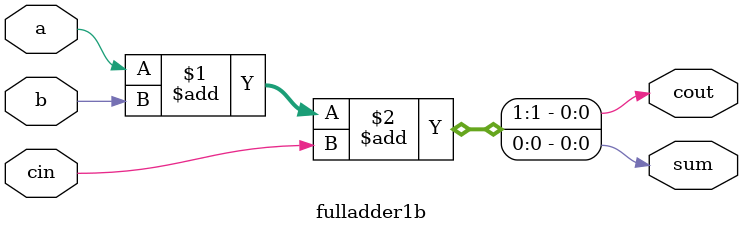
<source format=v>
module fulladder1b(
    input wire a,        // First input bit
    input wire b,        // Second input bit
    input wire cin,      // Carry input
    output wire sum,     // Sum output
    output wire cout     // Carry output
);
    
assign {cout, sum} = a + b + cin; // Calculate sum and carry out
    
endmodule
</source>
